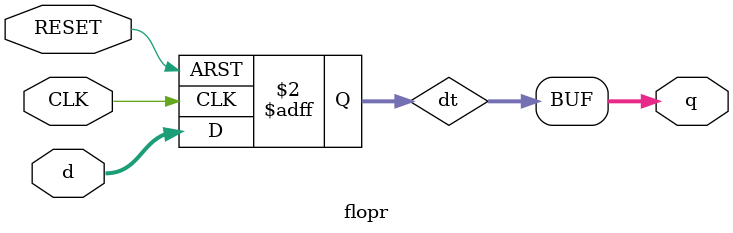
<source format=v>
`timescale 1ns / 1ps

module flopr #(parameter WIDTH = 8)
	(input CLK, RESET,
	input [WIDTH - 1:0] d,
	output [WIDTH - 1:0] q);

	reg [WIDTH - 1:0] dt;
	assign q = dt;

	always @(posedge CLK, posedge RESET)
		if (RESET)
			dt <= 0;
		else
			dt <= d;
endmodule

</source>
